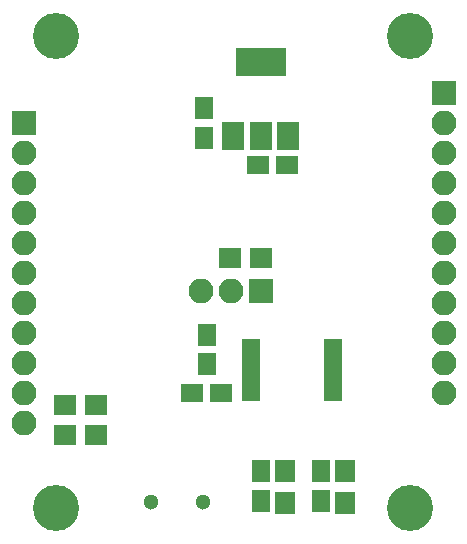
<source format=gbs>
G04 #@! TF.FileFunction,Soldermask,Bot*
%FSLAX46Y46*%
G04 Gerber Fmt 4.6, Leading zero omitted, Abs format (unit mm)*
G04 Created by KiCad (PCBNEW 4.0.7) date 02/11/18 23:28:48*
%MOMM*%
%LPD*%
G01*
G04 APERTURE LIST*
%ADD10C,0.100000*%
%ADD11R,1.650000X1.900000*%
%ADD12R,1.900000X1.650000*%
%ADD13C,1.300000*%
%ADD14R,1.900000X1.700000*%
%ADD15R,1.600000X0.800000*%
%ADD16R,1.700000X1.900000*%
%ADD17R,4.200000X2.400000*%
%ADD18R,1.900000X2.400000*%
%ADD19C,3.900120*%
%ADD20R,2.100000X2.100000*%
%ADD21O,2.100000X2.100000*%
G04 APERTURE END LIST*
D10*
D11*
X154686000Y-108438000D03*
X154686000Y-105938000D03*
D12*
X159278000Y-110744000D03*
X161778000Y-110744000D03*
D13*
X150200000Y-139240000D03*
X154600000Y-139240000D03*
D14*
X142922000Y-133604000D03*
X145622000Y-133604000D03*
D15*
X165608000Y-125842000D03*
X165608000Y-126492000D03*
X165608000Y-127142000D03*
X165608000Y-127792000D03*
X165608000Y-128442000D03*
X165608000Y-129092000D03*
X165608000Y-129742000D03*
X165608000Y-130392000D03*
X158708000Y-130392000D03*
X158708000Y-129742000D03*
X158708000Y-129092000D03*
X158708000Y-128442000D03*
X158708000Y-127792000D03*
X158708000Y-127142000D03*
X158708000Y-126492000D03*
X158708000Y-125842000D03*
D11*
X164592000Y-139152000D03*
X164592000Y-136652000D03*
X159512000Y-139152000D03*
X159512000Y-136652000D03*
D12*
X156190000Y-130048000D03*
X153690000Y-130048000D03*
D16*
X166624000Y-136652000D03*
X166624000Y-139352000D03*
X161544000Y-136652000D03*
X161544000Y-139352000D03*
D17*
X159512000Y-102006000D03*
D18*
X159512000Y-108306000D03*
X157212000Y-108306000D03*
X161812000Y-108306000D03*
D19*
X142161260Y-139778740D03*
X142161260Y-99778820D03*
X172161200Y-99778820D03*
X172161200Y-139778740D03*
D20*
X139446000Y-107188000D03*
D21*
X139446000Y-109728000D03*
X139446000Y-112268000D03*
X139446000Y-114808000D03*
X139446000Y-117348000D03*
X139446000Y-119888000D03*
X139446000Y-122428000D03*
X139446000Y-124968000D03*
X139446000Y-127508000D03*
X139446000Y-130048000D03*
X139446000Y-132588000D03*
D20*
X175006000Y-104648000D03*
D21*
X175006000Y-107188000D03*
X175006000Y-109728000D03*
X175006000Y-112268000D03*
X175006000Y-114808000D03*
X175006000Y-117348000D03*
X175006000Y-119888000D03*
X175006000Y-122428000D03*
X175006000Y-124968000D03*
X175006000Y-127508000D03*
X175006000Y-130048000D03*
D14*
X145622000Y-131064000D03*
X142922000Y-131064000D03*
D11*
X154940000Y-127615000D03*
X154940000Y-125115000D03*
D20*
X159512000Y-121412000D03*
D21*
X156972000Y-121412000D03*
X154432000Y-121412000D03*
D14*
X156892000Y-118618000D03*
X159592000Y-118618000D03*
M02*

</source>
